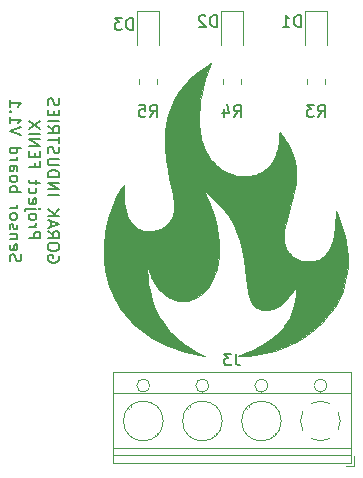
<source format=gbr>
%TF.GenerationSoftware,KiCad,Pcbnew,(6.0.7)*%
%TF.CreationDate,2023-04-15T22:34:50+02:00*%
%TF.ProjectId,sensor board,73656e73-6f72-4206-926f-6172642e6b69,rev?*%
%TF.SameCoordinates,Original*%
%TF.FileFunction,Legend,Bot*%
%TF.FilePolarity,Positive*%
%FSLAX46Y46*%
G04 Gerber Fmt 4.6, Leading zero omitted, Abs format (unit mm)*
G04 Created by KiCad (PCBNEW (6.0.7)) date 2023-04-15 22:34:50*
%MOMM*%
%LPD*%
G01*
G04 APERTURE LIST*
%ADD10C,0.120000*%
%ADD11C,0.150000*%
G04 APERTURE END LIST*
D10*
G36*
X99549294Y-86023089D02*
G01*
X99343663Y-86673468D01*
X99173751Y-87297058D01*
X99038069Y-87893858D01*
X98935130Y-88463870D01*
X98863444Y-89007093D01*
X98821525Y-89523526D01*
X98807882Y-90013171D01*
X98813766Y-90323301D01*
X98831144Y-90622699D01*
X98859603Y-90911424D01*
X98898729Y-91189533D01*
X98948111Y-91457084D01*
X99007335Y-91714136D01*
X99075989Y-91960747D01*
X99153659Y-92196975D01*
X99239934Y-92422878D01*
X99334400Y-92638514D01*
X99436645Y-92843941D01*
X99546255Y-93039218D01*
X99662819Y-93224403D01*
X99785923Y-93399553D01*
X99915154Y-93564727D01*
X100050100Y-93719983D01*
X100190349Y-93865379D01*
X100335486Y-94000973D01*
X100485100Y-94126824D01*
X100638777Y-94242989D01*
X100796106Y-94349527D01*
X100956673Y-94446496D01*
X101285870Y-94611959D01*
X101623066Y-94739843D01*
X101964960Y-94830612D01*
X102308249Y-94884733D01*
X102649632Y-94902670D01*
X102923832Y-94891298D01*
X103060763Y-94876849D01*
X103197195Y-94856347D01*
X103332836Y-94829636D01*
X103467395Y-94796560D01*
X103600583Y-94756961D01*
X103732108Y-94710682D01*
X103861679Y-94657566D01*
X103989007Y-94597456D01*
X104113800Y-94530195D01*
X104235767Y-94455627D01*
X104354618Y-94373595D01*
X104470063Y-94283940D01*
X104581810Y-94186507D01*
X104689569Y-94081139D01*
X104793049Y-93967678D01*
X104891960Y-93845967D01*
X104986010Y-93715850D01*
X105074910Y-93577169D01*
X105158368Y-93429769D01*
X105236094Y-93273490D01*
X105307797Y-93108178D01*
X105373186Y-92933674D01*
X105431971Y-92749822D01*
X105483862Y-92556464D01*
X105528566Y-92353445D01*
X105565795Y-92140606D01*
X105595256Y-91917791D01*
X105616660Y-91684843D01*
X105629715Y-91441605D01*
X105634132Y-91187920D01*
X105812377Y-91392148D01*
X105978111Y-91599864D01*
X106131473Y-91810835D01*
X106272604Y-92024830D01*
X106401643Y-92241615D01*
X106518729Y-92460958D01*
X106624002Y-92682627D01*
X106717601Y-92906389D01*
X106799665Y-93132010D01*
X106870335Y-93359260D01*
X106929750Y-93587905D01*
X106978050Y-93817713D01*
X107015373Y-94048451D01*
X107041860Y-94279886D01*
X107057650Y-94511787D01*
X107062882Y-94743920D01*
X107050759Y-95110425D01*
X107016497Y-95471814D01*
X106963260Y-95828180D01*
X106894210Y-96179616D01*
X106812509Y-96526215D01*
X106721321Y-96868070D01*
X106523132Y-97537920D01*
X106324942Y-98189912D01*
X106233754Y-98509442D01*
X106152053Y-98824788D01*
X106083003Y-99136040D01*
X106029766Y-99443292D01*
X105995505Y-99746638D01*
X105983381Y-100046170D01*
X105986418Y-100166621D01*
X105995396Y-100283869D01*
X106010118Y-100397873D01*
X106030386Y-100508592D01*
X106056003Y-100615985D01*
X106086770Y-100720013D01*
X106122491Y-100820634D01*
X106162967Y-100917807D01*
X106208001Y-101011492D01*
X106257396Y-101101648D01*
X106310952Y-101188235D01*
X106368474Y-101271212D01*
X106429763Y-101350537D01*
X106494621Y-101426171D01*
X106562852Y-101498073D01*
X106634256Y-101566201D01*
X106708638Y-101630516D01*
X106785798Y-101690977D01*
X106865539Y-101747542D01*
X106947664Y-101800172D01*
X107031975Y-101848825D01*
X107118274Y-101893460D01*
X107206363Y-101934038D01*
X107296046Y-101970518D01*
X107387124Y-102002858D01*
X107479399Y-102031018D01*
X107572674Y-102054957D01*
X107666752Y-102074635D01*
X107761434Y-102090011D01*
X107856523Y-102101045D01*
X107951822Y-102107695D01*
X108047132Y-102109920D01*
X108213098Y-102105194D01*
X108371756Y-102091084D01*
X108523239Y-102067696D01*
X108667683Y-102035134D01*
X108805220Y-101993503D01*
X108935984Y-101942907D01*
X109060110Y-101883451D01*
X109177729Y-101815241D01*
X109288977Y-101738379D01*
X109393987Y-101652971D01*
X109492893Y-101559122D01*
X109585828Y-101456937D01*
X109672927Y-101346519D01*
X109754322Y-101227974D01*
X109830148Y-101101406D01*
X109900538Y-100966920D01*
X109965626Y-100824621D01*
X110025546Y-100674613D01*
X110080431Y-100517000D01*
X110130415Y-100351888D01*
X110175632Y-100179381D01*
X110216216Y-99999584D01*
X110252300Y-99812601D01*
X110284018Y-99618538D01*
X110311504Y-99417498D01*
X110334891Y-99209586D01*
X110369905Y-98773566D01*
X110390128Y-98311315D01*
X110396632Y-97823671D01*
X110496990Y-98006450D01*
X110595256Y-98208391D01*
X110690823Y-98427820D01*
X110783089Y-98663061D01*
X110871448Y-98912441D01*
X110955296Y-99174286D01*
X111034027Y-99446920D01*
X111107038Y-99728671D01*
X111173724Y-100017862D01*
X111233480Y-100312821D01*
X111285701Y-100611872D01*
X111329784Y-100913342D01*
X111365123Y-101215556D01*
X111391113Y-101516840D01*
X111407151Y-101815520D01*
X111412631Y-102109920D01*
X111399913Y-102540714D01*
X111362231Y-102963682D01*
X111300295Y-103378442D01*
X111214814Y-103784609D01*
X111106497Y-104181800D01*
X110976053Y-104569631D01*
X110824192Y-104947718D01*
X110651623Y-105315678D01*
X110459056Y-105673127D01*
X110247199Y-106019682D01*
X110016761Y-106354958D01*
X109768453Y-106678572D01*
X109502982Y-106990140D01*
X109221060Y-107289278D01*
X108923394Y-107575604D01*
X108610694Y-107848733D01*
X108283669Y-108108281D01*
X107943029Y-108353864D01*
X107589483Y-108585100D01*
X107223740Y-108801604D01*
X106846509Y-109002993D01*
X106458500Y-109188883D01*
X106060421Y-109358890D01*
X105652983Y-109512631D01*
X105236894Y-109649721D01*
X104812864Y-109769778D01*
X104381601Y-109872417D01*
X103943816Y-109957255D01*
X103500217Y-110023908D01*
X103051514Y-110071992D01*
X102598416Y-110101124D01*
X102141632Y-110110920D01*
X102518804Y-109963587D01*
X102876734Y-109813325D01*
X103215897Y-109660179D01*
X103536771Y-109504197D01*
X103839832Y-109345423D01*
X104125557Y-109183906D01*
X104394422Y-109019691D01*
X104646905Y-108852825D01*
X104883481Y-108683355D01*
X105104629Y-108511327D01*
X105310823Y-108336787D01*
X105502542Y-108159782D01*
X105680262Y-107980359D01*
X105844459Y-107798564D01*
X105995611Y-107614443D01*
X106134193Y-107428044D01*
X106260684Y-107239412D01*
X106375558Y-107048594D01*
X106479294Y-106855637D01*
X106572368Y-106660587D01*
X106728436Y-106264394D01*
X106847576Y-105860388D01*
X106933601Y-105448940D01*
X106990327Y-105030423D01*
X107021565Y-104605209D01*
X107031130Y-104173670D01*
X106935805Y-104338816D01*
X106840398Y-104495084D01*
X106745014Y-104642714D01*
X106649758Y-104781943D01*
X106554735Y-104913010D01*
X106460049Y-105036152D01*
X106365804Y-105151610D01*
X106272107Y-105259620D01*
X106179060Y-105360421D01*
X106086769Y-105454251D01*
X105904873Y-105621954D01*
X105727256Y-105764636D01*
X105554755Y-105884202D01*
X105388207Y-105982561D01*
X105228450Y-106061618D01*
X105076319Y-106123281D01*
X104932654Y-106169457D01*
X104798290Y-106202052D01*
X104674065Y-106222973D01*
X104560816Y-106234127D01*
X104459381Y-106237422D01*
X104186187Y-106220264D01*
X103948148Y-106169736D01*
X103742468Y-106087257D01*
X103566350Y-105974244D01*
X103416998Y-105832117D01*
X103291615Y-105662294D01*
X103187405Y-105466194D01*
X103101572Y-105245234D01*
X103031320Y-105000834D01*
X102973851Y-104734413D01*
X102886081Y-104141177D01*
X102740912Y-102752859D01*
X102638771Y-101980472D01*
X102570524Y-101579686D01*
X102487098Y-101171064D01*
X102385696Y-100756023D01*
X102263522Y-100335983D01*
X102117780Y-99912362D01*
X101945674Y-99486578D01*
X101744406Y-99060049D01*
X101511181Y-98634196D01*
X101243202Y-98210435D01*
X100937673Y-97790185D01*
X100591798Y-97374865D01*
X100202780Y-96965894D01*
X99767824Y-96564690D01*
X99284131Y-96172672D01*
X99444540Y-96526867D01*
X99592578Y-96875016D01*
X99728523Y-97217026D01*
X99852655Y-97552804D01*
X99965252Y-97882257D01*
X100066595Y-98205291D01*
X100156962Y-98521815D01*
X100236631Y-98831734D01*
X100305883Y-99134955D01*
X100364995Y-99431387D01*
X100414248Y-99720935D01*
X100453920Y-100003507D01*
X100484290Y-100279009D01*
X100505638Y-100547349D01*
X100518242Y-100808434D01*
X100522381Y-101062170D01*
X100517872Y-101326239D01*
X100504545Y-101582634D01*
X100482694Y-101831309D01*
X100452618Y-102072217D01*
X100414611Y-102305311D01*
X100368972Y-102530546D01*
X100315995Y-102747873D01*
X100255979Y-102957248D01*
X100116010Y-103351953D01*
X99951439Y-103714287D01*
X99764637Y-104043879D01*
X99557975Y-104340357D01*
X99333826Y-104603349D01*
X99094561Y-104832482D01*
X98842553Y-105027385D01*
X98580174Y-105187685D01*
X98309795Y-105313011D01*
X98033789Y-105402990D01*
X97894416Y-105434608D01*
X97754527Y-105457250D01*
X97614416Y-105470869D01*
X97474381Y-105475419D01*
X97355342Y-105472439D01*
X97236442Y-105463482D01*
X97117821Y-105448526D01*
X96999619Y-105427546D01*
X96881975Y-105400521D01*
X96765029Y-105367426D01*
X96648920Y-105328238D01*
X96533787Y-105282935D01*
X96419771Y-105231492D01*
X96307011Y-105173887D01*
X96195645Y-105110097D01*
X96085815Y-105040097D01*
X95977659Y-104963865D01*
X95871316Y-104881378D01*
X95766927Y-104792612D01*
X95664631Y-104697545D01*
X95564568Y-104596152D01*
X95466876Y-104488410D01*
X95371696Y-104374297D01*
X95279166Y-104253789D01*
X95189428Y-104126863D01*
X95102619Y-103993495D01*
X95018880Y-103853662D01*
X94938350Y-103707342D01*
X94861169Y-103554510D01*
X94787476Y-103395144D01*
X94717410Y-103229220D01*
X94651112Y-103056715D01*
X94588720Y-102877606D01*
X94530375Y-102691870D01*
X94476215Y-102499482D01*
X94426381Y-102300421D01*
X94437334Y-102863921D01*
X94472332Y-103422585D01*
X94534584Y-103975295D01*
X94627299Y-104520936D01*
X94753687Y-105058392D01*
X94916956Y-105586546D01*
X95120316Y-106104281D01*
X95366975Y-106610483D01*
X95507545Y-106858910D01*
X95660143Y-107104034D01*
X95825171Y-107345717D01*
X96003029Y-107583819D01*
X96194119Y-107818200D01*
X96398842Y-108048720D01*
X96617599Y-108275241D01*
X96850791Y-108497623D01*
X97098820Y-108715726D01*
X97362086Y-108929410D01*
X97640990Y-109138537D01*
X97935934Y-109342967D01*
X98247320Y-109542559D01*
X98575547Y-109737175D01*
X98921017Y-109926675D01*
X99284131Y-110110920D01*
X98715002Y-110007385D01*
X98168285Y-109887631D01*
X97643694Y-109752180D01*
X97140944Y-109601555D01*
X96659752Y-109436281D01*
X96199831Y-109256879D01*
X95760898Y-109063873D01*
X95342667Y-108857787D01*
X94944853Y-108639143D01*
X94567171Y-108408466D01*
X94209338Y-108166277D01*
X93871067Y-107913101D01*
X93552074Y-107649460D01*
X93252074Y-107375878D01*
X92970782Y-107092878D01*
X92707913Y-106800983D01*
X92463183Y-106500716D01*
X92236306Y-106192601D01*
X92026998Y-105877161D01*
X91834974Y-105554919D01*
X91659949Y-105226399D01*
X91501638Y-104892123D01*
X91234019Y-104208397D01*
X91029837Y-103507928D01*
X90886815Y-102794902D01*
X90802673Y-102073504D01*
X90775132Y-101347921D01*
X90782511Y-100912599D01*
X90804402Y-100487694D01*
X90840430Y-100073208D01*
X90890226Y-99669139D01*
X90953416Y-99275489D01*
X91029628Y-98892257D01*
X91118491Y-98519442D01*
X91219632Y-98157046D01*
X91332679Y-97805067D01*
X91457261Y-97463507D01*
X91593004Y-97132364D01*
X91739538Y-96811640D01*
X91896490Y-96501333D01*
X92063487Y-96201445D01*
X92240159Y-95911974D01*
X92426132Y-95632921D01*
X92434348Y-96152913D01*
X92459122Y-96630255D01*
X92500639Y-97066205D01*
X92559085Y-97462018D01*
X92634646Y-97818950D01*
X92727509Y-98138256D01*
X92837859Y-98421192D01*
X92899649Y-98549414D01*
X92965882Y-98669014D01*
X93036579Y-98780150D01*
X93111764Y-98882978D01*
X93191461Y-98977655D01*
X93275692Y-99064339D01*
X93364481Y-99143186D01*
X93457852Y-99214353D01*
X93555826Y-99277997D01*
X93658429Y-99334276D01*
X93765682Y-99383346D01*
X93877609Y-99425364D01*
X94115579Y-99488871D01*
X94372525Y-99526055D01*
X94648632Y-99538171D01*
X94743942Y-99535945D01*
X94839240Y-99529295D01*
X94934329Y-99518262D01*
X95029012Y-99502886D01*
X95123089Y-99483208D01*
X95216365Y-99459269D01*
X95308640Y-99431108D01*
X95399718Y-99398768D01*
X95489400Y-99362289D01*
X95577490Y-99321711D01*
X95663789Y-99277075D01*
X95748099Y-99228422D01*
X95830224Y-99175793D01*
X95909966Y-99119227D01*
X95987126Y-99058767D01*
X96061507Y-98994452D01*
X96132911Y-98926323D01*
X96201142Y-98854422D01*
X96266000Y-98778788D01*
X96327289Y-98699462D01*
X96384811Y-98616486D01*
X96438367Y-98529899D01*
X96487762Y-98439743D01*
X96532796Y-98346057D01*
X96573272Y-98248884D01*
X96608993Y-98148263D01*
X96639760Y-98044236D01*
X96665377Y-97936842D01*
X96685645Y-97826123D01*
X96700367Y-97712120D01*
X96709345Y-97594872D01*
X96712382Y-97474421D01*
X96703468Y-97243187D01*
X96678275Y-96990791D01*
X96639130Y-96718397D01*
X96588358Y-96427167D01*
X96315507Y-95097139D01*
X96169779Y-94349340D01*
X96102729Y-93958814D01*
X96042656Y-93558753D01*
X95991883Y-93150320D01*
X95952739Y-92734679D01*
X95927546Y-92312992D01*
X95918632Y-91886421D01*
X95927949Y-91456129D01*
X95957451Y-91023280D01*
X96009464Y-90589035D01*
X96086312Y-90154558D01*
X96190321Y-89721010D01*
X96323817Y-89289556D01*
X96489124Y-88861357D01*
X96688570Y-88437577D01*
X96924478Y-88019378D01*
X97199174Y-87607922D01*
X97351795Y-87405087D01*
X97514984Y-87204373D01*
X97689034Y-87005927D01*
X97874234Y-86809894D01*
X98070875Y-86616418D01*
X98279248Y-86425646D01*
X98499643Y-86237722D01*
X98732352Y-86052793D01*
X98977664Y-85871002D01*
X99235872Y-85692497D01*
X99507264Y-85517421D01*
X99792132Y-85345921D01*
X99549294Y-86023089D01*
G37*
X99549294Y-86023089D02*
X99343663Y-86673468D01*
X99173751Y-87297058D01*
X99038069Y-87893858D01*
X98935130Y-88463870D01*
X98863444Y-89007093D01*
X98821525Y-89523526D01*
X98807882Y-90013171D01*
X98813766Y-90323301D01*
X98831144Y-90622699D01*
X98859603Y-90911424D01*
X98898729Y-91189533D01*
X98948111Y-91457084D01*
X99007335Y-91714136D01*
X99075989Y-91960747D01*
X99153659Y-92196975D01*
X99239934Y-92422878D01*
X99334400Y-92638514D01*
X99436645Y-92843941D01*
X99546255Y-93039218D01*
X99662819Y-93224403D01*
X99785923Y-93399553D01*
X99915154Y-93564727D01*
X100050100Y-93719983D01*
X100190349Y-93865379D01*
X100335486Y-94000973D01*
X100485100Y-94126824D01*
X100638777Y-94242989D01*
X100796106Y-94349527D01*
X100956673Y-94446496D01*
X101285870Y-94611959D01*
X101623066Y-94739843D01*
X101964960Y-94830612D01*
X102308249Y-94884733D01*
X102649632Y-94902670D01*
X102923832Y-94891298D01*
X103060763Y-94876849D01*
X103197195Y-94856347D01*
X103332836Y-94829636D01*
X103467395Y-94796560D01*
X103600583Y-94756961D01*
X103732108Y-94710682D01*
X103861679Y-94657566D01*
X103989007Y-94597456D01*
X104113800Y-94530195D01*
X104235767Y-94455627D01*
X104354618Y-94373595D01*
X104470063Y-94283940D01*
X104581810Y-94186507D01*
X104689569Y-94081139D01*
X104793049Y-93967678D01*
X104891960Y-93845967D01*
X104986010Y-93715850D01*
X105074910Y-93577169D01*
X105158368Y-93429769D01*
X105236094Y-93273490D01*
X105307797Y-93108178D01*
X105373186Y-92933674D01*
X105431971Y-92749822D01*
X105483862Y-92556464D01*
X105528566Y-92353445D01*
X105565795Y-92140606D01*
X105595256Y-91917791D01*
X105616660Y-91684843D01*
X105629715Y-91441605D01*
X105634132Y-91187920D01*
X105812377Y-91392148D01*
X105978111Y-91599864D01*
X106131473Y-91810835D01*
X106272604Y-92024830D01*
X106401643Y-92241615D01*
X106518729Y-92460958D01*
X106624002Y-92682627D01*
X106717601Y-92906389D01*
X106799665Y-93132010D01*
X106870335Y-93359260D01*
X106929750Y-93587905D01*
X106978050Y-93817713D01*
X107015373Y-94048451D01*
X107041860Y-94279886D01*
X107057650Y-94511787D01*
X107062882Y-94743920D01*
X107050759Y-95110425D01*
X107016497Y-95471814D01*
X106963260Y-95828180D01*
X106894210Y-96179616D01*
X106812509Y-96526215D01*
X106721321Y-96868070D01*
X106523132Y-97537920D01*
X106324942Y-98189912D01*
X106233754Y-98509442D01*
X106152053Y-98824788D01*
X106083003Y-99136040D01*
X106029766Y-99443292D01*
X105995505Y-99746638D01*
X105983381Y-100046170D01*
X105986418Y-100166621D01*
X105995396Y-100283869D01*
X106010118Y-100397873D01*
X106030386Y-100508592D01*
X106056003Y-100615985D01*
X106086770Y-100720013D01*
X106122491Y-100820634D01*
X106162967Y-100917807D01*
X106208001Y-101011492D01*
X106257396Y-101101648D01*
X106310952Y-101188235D01*
X106368474Y-101271212D01*
X106429763Y-101350537D01*
X106494621Y-101426171D01*
X106562852Y-101498073D01*
X106634256Y-101566201D01*
X106708638Y-101630516D01*
X106785798Y-101690977D01*
X106865539Y-101747542D01*
X106947664Y-101800172D01*
X107031975Y-101848825D01*
X107118274Y-101893460D01*
X107206363Y-101934038D01*
X107296046Y-101970518D01*
X107387124Y-102002858D01*
X107479399Y-102031018D01*
X107572674Y-102054957D01*
X107666752Y-102074635D01*
X107761434Y-102090011D01*
X107856523Y-102101045D01*
X107951822Y-102107695D01*
X108047132Y-102109920D01*
X108213098Y-102105194D01*
X108371756Y-102091084D01*
X108523239Y-102067696D01*
X108667683Y-102035134D01*
X108805220Y-101993503D01*
X108935984Y-101942907D01*
X109060110Y-101883451D01*
X109177729Y-101815241D01*
X109288977Y-101738379D01*
X109393987Y-101652971D01*
X109492893Y-101559122D01*
X109585828Y-101456937D01*
X109672927Y-101346519D01*
X109754322Y-101227974D01*
X109830148Y-101101406D01*
X109900538Y-100966920D01*
X109965626Y-100824621D01*
X110025546Y-100674613D01*
X110080431Y-100517000D01*
X110130415Y-100351888D01*
X110175632Y-100179381D01*
X110216216Y-99999584D01*
X110252300Y-99812601D01*
X110284018Y-99618538D01*
X110311504Y-99417498D01*
X110334891Y-99209586D01*
X110369905Y-98773566D01*
X110390128Y-98311315D01*
X110396632Y-97823671D01*
X110496990Y-98006450D01*
X110595256Y-98208391D01*
X110690823Y-98427820D01*
X110783089Y-98663061D01*
X110871448Y-98912441D01*
X110955296Y-99174286D01*
X111034027Y-99446920D01*
X111107038Y-99728671D01*
X111173724Y-100017862D01*
X111233480Y-100312821D01*
X111285701Y-100611872D01*
X111329784Y-100913342D01*
X111365123Y-101215556D01*
X111391113Y-101516840D01*
X111407151Y-101815520D01*
X111412631Y-102109920D01*
X111399913Y-102540714D01*
X111362231Y-102963682D01*
X111300295Y-103378442D01*
X111214814Y-103784609D01*
X111106497Y-104181800D01*
X110976053Y-104569631D01*
X110824192Y-104947718D01*
X110651623Y-105315678D01*
X110459056Y-105673127D01*
X110247199Y-106019682D01*
X110016761Y-106354958D01*
X109768453Y-106678572D01*
X109502982Y-106990140D01*
X109221060Y-107289278D01*
X108923394Y-107575604D01*
X108610694Y-107848733D01*
X108283669Y-108108281D01*
X107943029Y-108353864D01*
X107589483Y-108585100D01*
X107223740Y-108801604D01*
X106846509Y-109002993D01*
X106458500Y-109188883D01*
X106060421Y-109358890D01*
X105652983Y-109512631D01*
X105236894Y-109649721D01*
X104812864Y-109769778D01*
X104381601Y-109872417D01*
X103943816Y-109957255D01*
X103500217Y-110023908D01*
X103051514Y-110071992D01*
X102598416Y-110101124D01*
X102141632Y-110110920D01*
X102518804Y-109963587D01*
X102876734Y-109813325D01*
X103215897Y-109660179D01*
X103536771Y-109504197D01*
X103839832Y-109345423D01*
X104125557Y-109183906D01*
X104394422Y-109019691D01*
X104646905Y-108852825D01*
X104883481Y-108683355D01*
X105104629Y-108511327D01*
X105310823Y-108336787D01*
X105502542Y-108159782D01*
X105680262Y-107980359D01*
X105844459Y-107798564D01*
X105995611Y-107614443D01*
X106134193Y-107428044D01*
X106260684Y-107239412D01*
X106375558Y-107048594D01*
X106479294Y-106855637D01*
X106572368Y-106660587D01*
X106728436Y-106264394D01*
X106847576Y-105860388D01*
X106933601Y-105448940D01*
X106990327Y-105030423D01*
X107021565Y-104605209D01*
X107031130Y-104173670D01*
X106935805Y-104338816D01*
X106840398Y-104495084D01*
X106745014Y-104642714D01*
X106649758Y-104781943D01*
X106554735Y-104913010D01*
X106460049Y-105036152D01*
X106365804Y-105151610D01*
X106272107Y-105259620D01*
X106179060Y-105360421D01*
X106086769Y-105454251D01*
X105904873Y-105621954D01*
X105727256Y-105764636D01*
X105554755Y-105884202D01*
X105388207Y-105982561D01*
X105228450Y-106061618D01*
X105076319Y-106123281D01*
X104932654Y-106169457D01*
X104798290Y-106202052D01*
X104674065Y-106222973D01*
X104560816Y-106234127D01*
X104459381Y-106237422D01*
X104186187Y-106220264D01*
X103948148Y-106169736D01*
X103742468Y-106087257D01*
X103566350Y-105974244D01*
X103416998Y-105832117D01*
X103291615Y-105662294D01*
X103187405Y-105466194D01*
X103101572Y-105245234D01*
X103031320Y-105000834D01*
X102973851Y-104734413D01*
X102886081Y-104141177D01*
X102740912Y-102752859D01*
X102638771Y-101980472D01*
X102570524Y-101579686D01*
X102487098Y-101171064D01*
X102385696Y-100756023D01*
X102263522Y-100335983D01*
X102117780Y-99912362D01*
X101945674Y-99486578D01*
X101744406Y-99060049D01*
X101511181Y-98634196D01*
X101243202Y-98210435D01*
X100937673Y-97790185D01*
X100591798Y-97374865D01*
X100202780Y-96965894D01*
X99767824Y-96564690D01*
X99284131Y-96172672D01*
X99444540Y-96526867D01*
X99592578Y-96875016D01*
X99728523Y-97217026D01*
X99852655Y-97552804D01*
X99965252Y-97882257D01*
X100066595Y-98205291D01*
X100156962Y-98521815D01*
X100236631Y-98831734D01*
X100305883Y-99134955D01*
X100364995Y-99431387D01*
X100414248Y-99720935D01*
X100453920Y-100003507D01*
X100484290Y-100279009D01*
X100505638Y-100547349D01*
X100518242Y-100808434D01*
X100522381Y-101062170D01*
X100517872Y-101326239D01*
X100504545Y-101582634D01*
X100482694Y-101831309D01*
X100452618Y-102072217D01*
X100414611Y-102305311D01*
X100368972Y-102530546D01*
X100315995Y-102747873D01*
X100255979Y-102957248D01*
X100116010Y-103351953D01*
X99951439Y-103714287D01*
X99764637Y-104043879D01*
X99557975Y-104340357D01*
X99333826Y-104603349D01*
X99094561Y-104832482D01*
X98842553Y-105027385D01*
X98580174Y-105187685D01*
X98309795Y-105313011D01*
X98033789Y-105402990D01*
X97894416Y-105434608D01*
X97754527Y-105457250D01*
X97614416Y-105470869D01*
X97474381Y-105475419D01*
X97355342Y-105472439D01*
X97236442Y-105463482D01*
X97117821Y-105448526D01*
X96999619Y-105427546D01*
X96881975Y-105400521D01*
X96765029Y-105367426D01*
X96648920Y-105328238D01*
X96533787Y-105282935D01*
X96419771Y-105231492D01*
X96307011Y-105173887D01*
X96195645Y-105110097D01*
X96085815Y-105040097D01*
X95977659Y-104963865D01*
X95871316Y-104881378D01*
X95766927Y-104792612D01*
X95664631Y-104697545D01*
X95564568Y-104596152D01*
X95466876Y-104488410D01*
X95371696Y-104374297D01*
X95279166Y-104253789D01*
X95189428Y-104126863D01*
X95102619Y-103993495D01*
X95018880Y-103853662D01*
X94938350Y-103707342D01*
X94861169Y-103554510D01*
X94787476Y-103395144D01*
X94717410Y-103229220D01*
X94651112Y-103056715D01*
X94588720Y-102877606D01*
X94530375Y-102691870D01*
X94476215Y-102499482D01*
X94426381Y-102300421D01*
X94437334Y-102863921D01*
X94472332Y-103422585D01*
X94534584Y-103975295D01*
X94627299Y-104520936D01*
X94753687Y-105058392D01*
X94916956Y-105586546D01*
X95120316Y-106104281D01*
X95366975Y-106610483D01*
X95507545Y-106858910D01*
X95660143Y-107104034D01*
X95825171Y-107345717D01*
X96003029Y-107583819D01*
X96194119Y-107818200D01*
X96398842Y-108048720D01*
X96617599Y-108275241D01*
X96850791Y-108497623D01*
X97098820Y-108715726D01*
X97362086Y-108929410D01*
X97640990Y-109138537D01*
X97935934Y-109342967D01*
X98247320Y-109542559D01*
X98575547Y-109737175D01*
X98921017Y-109926675D01*
X99284131Y-110110920D01*
X98715002Y-110007385D01*
X98168285Y-109887631D01*
X97643694Y-109752180D01*
X97140944Y-109601555D01*
X96659752Y-109436281D01*
X96199831Y-109256879D01*
X95760898Y-109063873D01*
X95342667Y-108857787D01*
X94944853Y-108639143D01*
X94567171Y-108408466D01*
X94209338Y-108166277D01*
X93871067Y-107913101D01*
X93552074Y-107649460D01*
X93252074Y-107375878D01*
X92970782Y-107092878D01*
X92707913Y-106800983D01*
X92463183Y-106500716D01*
X92236306Y-106192601D01*
X92026998Y-105877161D01*
X91834974Y-105554919D01*
X91659949Y-105226399D01*
X91501638Y-104892123D01*
X91234019Y-104208397D01*
X91029837Y-103507928D01*
X90886815Y-102794902D01*
X90802673Y-102073504D01*
X90775132Y-101347921D01*
X90782511Y-100912599D01*
X90804402Y-100487694D01*
X90840430Y-100073208D01*
X90890226Y-99669139D01*
X90953416Y-99275489D01*
X91029628Y-98892257D01*
X91118491Y-98519442D01*
X91219632Y-98157046D01*
X91332679Y-97805067D01*
X91457261Y-97463507D01*
X91593004Y-97132364D01*
X91739538Y-96811640D01*
X91896490Y-96501333D01*
X92063487Y-96201445D01*
X92240159Y-95911974D01*
X92426132Y-95632921D01*
X92434348Y-96152913D01*
X92459122Y-96630255D01*
X92500639Y-97066205D01*
X92559085Y-97462018D01*
X92634646Y-97818950D01*
X92727509Y-98138256D01*
X92837859Y-98421192D01*
X92899649Y-98549414D01*
X92965882Y-98669014D01*
X93036579Y-98780150D01*
X93111764Y-98882978D01*
X93191461Y-98977655D01*
X93275692Y-99064339D01*
X93364481Y-99143186D01*
X93457852Y-99214353D01*
X93555826Y-99277997D01*
X93658429Y-99334276D01*
X93765682Y-99383346D01*
X93877609Y-99425364D01*
X94115579Y-99488871D01*
X94372525Y-99526055D01*
X94648632Y-99538171D01*
X94743942Y-99535945D01*
X94839240Y-99529295D01*
X94934329Y-99518262D01*
X95029012Y-99502886D01*
X95123089Y-99483208D01*
X95216365Y-99459269D01*
X95308640Y-99431108D01*
X95399718Y-99398768D01*
X95489400Y-99362289D01*
X95577490Y-99321711D01*
X95663789Y-99277075D01*
X95748099Y-99228422D01*
X95830224Y-99175793D01*
X95909966Y-99119227D01*
X95987126Y-99058767D01*
X96061507Y-98994452D01*
X96132911Y-98926323D01*
X96201142Y-98854422D01*
X96266000Y-98778788D01*
X96327289Y-98699462D01*
X96384811Y-98616486D01*
X96438367Y-98529899D01*
X96487762Y-98439743D01*
X96532796Y-98346057D01*
X96573272Y-98248884D01*
X96608993Y-98148263D01*
X96639760Y-98044236D01*
X96665377Y-97936842D01*
X96685645Y-97826123D01*
X96700367Y-97712120D01*
X96709345Y-97594872D01*
X96712382Y-97474421D01*
X96703468Y-97243187D01*
X96678275Y-96990791D01*
X96639130Y-96718397D01*
X96588358Y-96427167D01*
X96315507Y-95097139D01*
X96169779Y-94349340D01*
X96102729Y-93958814D01*
X96042656Y-93558753D01*
X95991883Y-93150320D01*
X95952739Y-92734679D01*
X95927546Y-92312992D01*
X95918632Y-91886421D01*
X95927949Y-91456129D01*
X95957451Y-91023280D01*
X96009464Y-90589035D01*
X96086312Y-90154558D01*
X96190321Y-89721010D01*
X96323817Y-89289556D01*
X96489124Y-88861357D01*
X96688570Y-88437577D01*
X96924478Y-88019378D01*
X97199174Y-87607922D01*
X97351795Y-87405087D01*
X97514984Y-87204373D01*
X97689034Y-87005927D01*
X97874234Y-86809894D01*
X98070875Y-86616418D01*
X98279248Y-86425646D01*
X98499643Y-86237722D01*
X98732352Y-86052793D01*
X98977664Y-85871002D01*
X99235872Y-85692497D01*
X99507264Y-85517421D01*
X99792132Y-85345921D01*
X99549294Y-86023089D01*
D11*
X86946000Y-101630952D02*
X86993619Y-101726190D01*
X86993619Y-101869047D01*
X86946000Y-102011904D01*
X86850761Y-102107142D01*
X86755523Y-102154761D01*
X86565047Y-102202380D01*
X86422190Y-102202380D01*
X86231714Y-102154761D01*
X86136476Y-102107142D01*
X86041238Y-102011904D01*
X85993619Y-101869047D01*
X85993619Y-101773809D01*
X86041238Y-101630952D01*
X86088857Y-101583333D01*
X86422190Y-101583333D01*
X86422190Y-101773809D01*
X86993619Y-100964285D02*
X86993619Y-100773809D01*
X86946000Y-100678571D01*
X86850761Y-100583333D01*
X86660285Y-100535714D01*
X86326952Y-100535714D01*
X86136476Y-100583333D01*
X86041238Y-100678571D01*
X85993619Y-100773809D01*
X85993619Y-100964285D01*
X86041238Y-101059523D01*
X86136476Y-101154761D01*
X86326952Y-101202380D01*
X86660285Y-101202380D01*
X86850761Y-101154761D01*
X86946000Y-101059523D01*
X86993619Y-100964285D01*
X85993619Y-99535714D02*
X86469809Y-99869047D01*
X85993619Y-100107142D02*
X86993619Y-100107142D01*
X86993619Y-99726190D01*
X86946000Y-99630952D01*
X86898380Y-99583333D01*
X86803142Y-99535714D01*
X86660285Y-99535714D01*
X86565047Y-99583333D01*
X86517428Y-99630952D01*
X86469809Y-99726190D01*
X86469809Y-100107142D01*
X86279333Y-99154761D02*
X86279333Y-98678571D01*
X85993619Y-99250000D02*
X86993619Y-98916666D01*
X85993619Y-98583333D01*
X85993619Y-98250000D02*
X86993619Y-98250000D01*
X85993619Y-97678571D02*
X86565047Y-98107142D01*
X86993619Y-97678571D02*
X86422190Y-98250000D01*
X85993619Y-96488095D02*
X86993619Y-96488095D01*
X85993619Y-96011904D02*
X86993619Y-96011904D01*
X85993619Y-95440476D01*
X86993619Y-95440476D01*
X85993619Y-94964285D02*
X86993619Y-94964285D01*
X86993619Y-94726190D01*
X86946000Y-94583333D01*
X86850761Y-94488095D01*
X86755523Y-94440476D01*
X86565047Y-94392857D01*
X86422190Y-94392857D01*
X86231714Y-94440476D01*
X86136476Y-94488095D01*
X86041238Y-94583333D01*
X85993619Y-94726190D01*
X85993619Y-94964285D01*
X86993619Y-93964285D02*
X86184095Y-93964285D01*
X86088857Y-93916666D01*
X86041238Y-93869047D01*
X85993619Y-93773809D01*
X85993619Y-93583333D01*
X86041238Y-93488095D01*
X86088857Y-93440476D01*
X86184095Y-93392857D01*
X86993619Y-93392857D01*
X86041238Y-92964285D02*
X85993619Y-92821428D01*
X85993619Y-92583333D01*
X86041238Y-92488095D01*
X86088857Y-92440476D01*
X86184095Y-92392857D01*
X86279333Y-92392857D01*
X86374571Y-92440476D01*
X86422190Y-92488095D01*
X86469809Y-92583333D01*
X86517428Y-92773809D01*
X86565047Y-92869047D01*
X86612666Y-92916666D01*
X86707904Y-92964285D01*
X86803142Y-92964285D01*
X86898380Y-92916666D01*
X86946000Y-92869047D01*
X86993619Y-92773809D01*
X86993619Y-92535714D01*
X86946000Y-92392857D01*
X86993619Y-92107142D02*
X86993619Y-91535714D01*
X85993619Y-91821428D02*
X86993619Y-91821428D01*
X85993619Y-90630952D02*
X86469809Y-90964285D01*
X85993619Y-91202380D02*
X86993619Y-91202380D01*
X86993619Y-90821428D01*
X86946000Y-90726190D01*
X86898380Y-90678571D01*
X86803142Y-90630952D01*
X86660285Y-90630952D01*
X86565047Y-90678571D01*
X86517428Y-90726190D01*
X86469809Y-90821428D01*
X86469809Y-91202380D01*
X85993619Y-90202380D02*
X86993619Y-90202380D01*
X86517428Y-89726190D02*
X86517428Y-89392857D01*
X85993619Y-89250000D02*
X85993619Y-89726190D01*
X86993619Y-89726190D01*
X86993619Y-89250000D01*
X86041238Y-88869047D02*
X85993619Y-88726190D01*
X85993619Y-88488095D01*
X86041238Y-88392857D01*
X86088857Y-88345238D01*
X86184095Y-88297619D01*
X86279333Y-88297619D01*
X86374571Y-88345238D01*
X86422190Y-88392857D01*
X86469809Y-88488095D01*
X86517428Y-88678571D01*
X86565047Y-88773809D01*
X86612666Y-88821428D01*
X86707904Y-88869047D01*
X86803142Y-88869047D01*
X86898380Y-88821428D01*
X86946000Y-88773809D01*
X86993619Y-88678571D01*
X86993619Y-88440476D01*
X86946000Y-88297619D01*
X84383619Y-100154761D02*
X85383619Y-100154761D01*
X85383619Y-99773809D01*
X85336000Y-99678571D01*
X85288380Y-99630952D01*
X85193142Y-99583333D01*
X85050285Y-99583333D01*
X84955047Y-99630952D01*
X84907428Y-99678571D01*
X84859809Y-99773809D01*
X84859809Y-100154761D01*
X84383619Y-99154761D02*
X85050285Y-99154761D01*
X84859809Y-99154761D02*
X84955047Y-99107142D01*
X85002666Y-99059523D01*
X85050285Y-98964285D01*
X85050285Y-98869047D01*
X84383619Y-98392857D02*
X84431238Y-98488095D01*
X84478857Y-98535714D01*
X84574095Y-98583333D01*
X84859809Y-98583333D01*
X84955047Y-98535714D01*
X85002666Y-98488095D01*
X85050285Y-98392857D01*
X85050285Y-98250000D01*
X85002666Y-98154761D01*
X84955047Y-98107142D01*
X84859809Y-98059523D01*
X84574095Y-98059523D01*
X84478857Y-98107142D01*
X84431238Y-98154761D01*
X84383619Y-98250000D01*
X84383619Y-98392857D01*
X85050285Y-97630952D02*
X84193142Y-97630952D01*
X84097904Y-97678571D01*
X84050285Y-97773809D01*
X84050285Y-97821428D01*
X85383619Y-97630952D02*
X85336000Y-97678571D01*
X85288380Y-97630952D01*
X85336000Y-97583333D01*
X85383619Y-97630952D01*
X85288380Y-97630952D01*
X84431238Y-96773809D02*
X84383619Y-96869047D01*
X84383619Y-97059523D01*
X84431238Y-97154761D01*
X84526476Y-97202380D01*
X84907428Y-97202380D01*
X85002666Y-97154761D01*
X85050285Y-97059523D01*
X85050285Y-96869047D01*
X85002666Y-96773809D01*
X84907428Y-96726190D01*
X84812190Y-96726190D01*
X84716952Y-97202380D01*
X84431238Y-95869047D02*
X84383619Y-95964285D01*
X84383619Y-96154761D01*
X84431238Y-96250000D01*
X84478857Y-96297619D01*
X84574095Y-96345238D01*
X84859809Y-96345238D01*
X84955047Y-96297619D01*
X85002666Y-96250000D01*
X85050285Y-96154761D01*
X85050285Y-95964285D01*
X85002666Y-95869047D01*
X85050285Y-95583333D02*
X85050285Y-95202380D01*
X85383619Y-95440476D02*
X84526476Y-95440476D01*
X84431238Y-95392857D01*
X84383619Y-95297619D01*
X84383619Y-95202380D01*
X84907428Y-93773809D02*
X84907428Y-94107142D01*
X84383619Y-94107142D02*
X85383619Y-94107142D01*
X85383619Y-93630952D01*
X84907428Y-93250000D02*
X84907428Y-92916666D01*
X84383619Y-92773809D02*
X84383619Y-93250000D01*
X85383619Y-93250000D01*
X85383619Y-92773809D01*
X84383619Y-92345238D02*
X85383619Y-92345238D01*
X84383619Y-91773809D01*
X85383619Y-91773809D01*
X84383619Y-91297619D02*
X85383619Y-91297619D01*
X85383619Y-90916666D02*
X84383619Y-90250000D01*
X85383619Y-90250000D02*
X84383619Y-90916666D01*
X82821238Y-102083333D02*
X82773619Y-101940476D01*
X82773619Y-101702380D01*
X82821238Y-101607142D01*
X82868857Y-101559523D01*
X82964095Y-101511904D01*
X83059333Y-101511904D01*
X83154571Y-101559523D01*
X83202190Y-101607142D01*
X83249809Y-101702380D01*
X83297428Y-101892857D01*
X83345047Y-101988095D01*
X83392666Y-102035714D01*
X83487904Y-102083333D01*
X83583142Y-102083333D01*
X83678380Y-102035714D01*
X83726000Y-101988095D01*
X83773619Y-101892857D01*
X83773619Y-101654761D01*
X83726000Y-101511904D01*
X82821238Y-100702380D02*
X82773619Y-100797619D01*
X82773619Y-100988095D01*
X82821238Y-101083333D01*
X82916476Y-101130952D01*
X83297428Y-101130952D01*
X83392666Y-101083333D01*
X83440285Y-100988095D01*
X83440285Y-100797619D01*
X83392666Y-100702380D01*
X83297428Y-100654761D01*
X83202190Y-100654761D01*
X83106952Y-101130952D01*
X83440285Y-100226190D02*
X82773619Y-100226190D01*
X83345047Y-100226190D02*
X83392666Y-100178571D01*
X83440285Y-100083333D01*
X83440285Y-99940476D01*
X83392666Y-99845238D01*
X83297428Y-99797619D01*
X82773619Y-99797619D01*
X82821238Y-99369047D02*
X82773619Y-99273809D01*
X82773619Y-99083333D01*
X82821238Y-98988095D01*
X82916476Y-98940476D01*
X82964095Y-98940476D01*
X83059333Y-98988095D01*
X83106952Y-99083333D01*
X83106952Y-99226190D01*
X83154571Y-99321428D01*
X83249809Y-99369047D01*
X83297428Y-99369047D01*
X83392666Y-99321428D01*
X83440285Y-99226190D01*
X83440285Y-99083333D01*
X83392666Y-98988095D01*
X82773619Y-98369047D02*
X82821238Y-98464285D01*
X82868857Y-98511904D01*
X82964095Y-98559523D01*
X83249809Y-98559523D01*
X83345047Y-98511904D01*
X83392666Y-98464285D01*
X83440285Y-98369047D01*
X83440285Y-98226190D01*
X83392666Y-98130952D01*
X83345047Y-98083333D01*
X83249809Y-98035714D01*
X82964095Y-98035714D01*
X82868857Y-98083333D01*
X82821238Y-98130952D01*
X82773619Y-98226190D01*
X82773619Y-98369047D01*
X82773619Y-97607142D02*
X83440285Y-97607142D01*
X83249809Y-97607142D02*
X83345047Y-97559523D01*
X83392666Y-97511904D01*
X83440285Y-97416666D01*
X83440285Y-97321428D01*
X82773619Y-96226190D02*
X83773619Y-96226190D01*
X83392666Y-96226190D02*
X83440285Y-96130952D01*
X83440285Y-95940476D01*
X83392666Y-95845238D01*
X83345047Y-95797619D01*
X83249809Y-95750000D01*
X82964095Y-95750000D01*
X82868857Y-95797619D01*
X82821238Y-95845238D01*
X82773619Y-95940476D01*
X82773619Y-96130952D01*
X82821238Y-96226190D01*
X82773619Y-95178571D02*
X82821238Y-95273809D01*
X82868857Y-95321428D01*
X82964095Y-95369047D01*
X83249809Y-95369047D01*
X83345047Y-95321428D01*
X83392666Y-95273809D01*
X83440285Y-95178571D01*
X83440285Y-95035714D01*
X83392666Y-94940476D01*
X83345047Y-94892857D01*
X83249809Y-94845238D01*
X82964095Y-94845238D01*
X82868857Y-94892857D01*
X82821238Y-94940476D01*
X82773619Y-95035714D01*
X82773619Y-95178571D01*
X82773619Y-93988095D02*
X83297428Y-93988095D01*
X83392666Y-94035714D01*
X83440285Y-94130952D01*
X83440285Y-94321428D01*
X83392666Y-94416666D01*
X82821238Y-93988095D02*
X82773619Y-94083333D01*
X82773619Y-94321428D01*
X82821238Y-94416666D01*
X82916476Y-94464285D01*
X83011714Y-94464285D01*
X83106952Y-94416666D01*
X83154571Y-94321428D01*
X83154571Y-94083333D01*
X83202190Y-93988095D01*
X82773619Y-93511904D02*
X83440285Y-93511904D01*
X83249809Y-93511904D02*
X83345047Y-93464285D01*
X83392666Y-93416666D01*
X83440285Y-93321428D01*
X83440285Y-93226190D01*
X82773619Y-92464285D02*
X83773619Y-92464285D01*
X82821238Y-92464285D02*
X82773619Y-92559523D01*
X82773619Y-92750000D01*
X82821238Y-92845238D01*
X82868857Y-92892857D01*
X82964095Y-92940476D01*
X83249809Y-92940476D01*
X83345047Y-92892857D01*
X83392666Y-92845238D01*
X83440285Y-92750000D01*
X83440285Y-92559523D01*
X83392666Y-92464285D01*
X83773619Y-91369047D02*
X82773619Y-91035714D01*
X83773619Y-90702380D01*
X82773619Y-89845238D02*
X82773619Y-90416666D01*
X82773619Y-90130952D02*
X83773619Y-90130952D01*
X83630761Y-90226190D01*
X83535523Y-90321428D01*
X83487904Y-90416666D01*
X82868857Y-89416666D02*
X82821238Y-89369047D01*
X82773619Y-89416666D01*
X82821238Y-89464285D01*
X82868857Y-89416666D01*
X82773619Y-89416666D01*
X82773619Y-88416666D02*
X82773619Y-88988095D01*
X82773619Y-88702380D02*
X83773619Y-88702380D01*
X83630761Y-88797619D01*
X83535523Y-88892857D01*
X83487904Y-88988095D01*
%TO.C,D2*%
X100306095Y-82240380D02*
X100306095Y-81240380D01*
X100068000Y-81240380D01*
X99925142Y-81288000D01*
X99829904Y-81383238D01*
X99782285Y-81478476D01*
X99734666Y-81668952D01*
X99734666Y-81811809D01*
X99782285Y-82002285D01*
X99829904Y-82097523D01*
X99925142Y-82192761D01*
X100068000Y-82240380D01*
X100306095Y-82240380D01*
X99353714Y-81335619D02*
X99306095Y-81288000D01*
X99210857Y-81240380D01*
X98972761Y-81240380D01*
X98877523Y-81288000D01*
X98829904Y-81335619D01*
X98782285Y-81430857D01*
X98782285Y-81526095D01*
X98829904Y-81668952D01*
X99401333Y-82240380D01*
X98782285Y-82240380D01*
%TO.C,J3*%
X101933333Y-109908380D02*
X101933333Y-110622666D01*
X101980952Y-110765523D01*
X102076190Y-110860761D01*
X102219047Y-110908380D01*
X102314285Y-110908380D01*
X101552380Y-109908380D02*
X100933333Y-109908380D01*
X101266666Y-110289333D01*
X101123809Y-110289333D01*
X101028571Y-110336952D01*
X100980952Y-110384571D01*
X100933333Y-110479809D01*
X100933333Y-110717904D01*
X100980952Y-110813142D01*
X101028571Y-110860761D01*
X101123809Y-110908380D01*
X101409523Y-110908380D01*
X101504761Y-110860761D01*
X101552380Y-110813142D01*
%TO.C,D3*%
X93194095Y-82494380D02*
X93194095Y-81494380D01*
X92956000Y-81494380D01*
X92813142Y-81542000D01*
X92717904Y-81637238D01*
X92670285Y-81732476D01*
X92622666Y-81922952D01*
X92622666Y-82065809D01*
X92670285Y-82256285D01*
X92717904Y-82351523D01*
X92813142Y-82446761D01*
X92956000Y-82494380D01*
X93194095Y-82494380D01*
X92289333Y-81494380D02*
X91670285Y-81494380D01*
X92003619Y-81875333D01*
X91860761Y-81875333D01*
X91765523Y-81922952D01*
X91717904Y-81970571D01*
X91670285Y-82065809D01*
X91670285Y-82303904D01*
X91717904Y-82399142D01*
X91765523Y-82446761D01*
X91860761Y-82494380D01*
X92146476Y-82494380D01*
X92241714Y-82446761D01*
X92289333Y-82399142D01*
%TO.C,D1*%
X107418095Y-82240380D02*
X107418095Y-81240380D01*
X107180000Y-81240380D01*
X107037142Y-81288000D01*
X106941904Y-81383238D01*
X106894285Y-81478476D01*
X106846666Y-81668952D01*
X106846666Y-81811809D01*
X106894285Y-82002285D01*
X106941904Y-82097523D01*
X107037142Y-82192761D01*
X107180000Y-82240380D01*
X107418095Y-82240380D01*
X105894285Y-82240380D02*
X106465714Y-82240380D01*
X106180000Y-82240380D02*
X106180000Y-81240380D01*
X106275238Y-81383238D01*
X106370476Y-81478476D01*
X106465714Y-81526095D01*
%TO.C,R5*%
X94654666Y-89860380D02*
X94988000Y-89384190D01*
X95226095Y-89860380D02*
X95226095Y-88860380D01*
X94845142Y-88860380D01*
X94749904Y-88908000D01*
X94702285Y-88955619D01*
X94654666Y-89050857D01*
X94654666Y-89193714D01*
X94702285Y-89288952D01*
X94749904Y-89336571D01*
X94845142Y-89384190D01*
X95226095Y-89384190D01*
X93749904Y-88860380D02*
X94226095Y-88860380D01*
X94273714Y-89336571D01*
X94226095Y-89288952D01*
X94130857Y-89241333D01*
X93892761Y-89241333D01*
X93797523Y-89288952D01*
X93749904Y-89336571D01*
X93702285Y-89431809D01*
X93702285Y-89669904D01*
X93749904Y-89765142D01*
X93797523Y-89812761D01*
X93892761Y-89860380D01*
X94130857Y-89860380D01*
X94226095Y-89812761D01*
X94273714Y-89765142D01*
%TO.C,R4*%
X101766666Y-89860380D02*
X102100000Y-89384190D01*
X102338095Y-89860380D02*
X102338095Y-88860380D01*
X101957142Y-88860380D01*
X101861904Y-88908000D01*
X101814285Y-88955619D01*
X101766666Y-89050857D01*
X101766666Y-89193714D01*
X101814285Y-89288952D01*
X101861904Y-89336571D01*
X101957142Y-89384190D01*
X102338095Y-89384190D01*
X100909523Y-89193714D02*
X100909523Y-89860380D01*
X101147619Y-88812761D02*
X101385714Y-89527047D01*
X100766666Y-89527047D01*
%TO.C,R3*%
X108878666Y-89860380D02*
X109212000Y-89384190D01*
X109450095Y-89860380D02*
X109450095Y-88860380D01*
X109069142Y-88860380D01*
X108973904Y-88908000D01*
X108926285Y-88955619D01*
X108878666Y-89050857D01*
X108878666Y-89193714D01*
X108926285Y-89288952D01*
X108973904Y-89336571D01*
X109069142Y-89384190D01*
X109450095Y-89384190D01*
X108545333Y-88860380D02*
X107926285Y-88860380D01*
X108259619Y-89241333D01*
X108116761Y-89241333D01*
X108021523Y-89288952D01*
X107973904Y-89336571D01*
X107926285Y-89431809D01*
X107926285Y-89669904D01*
X107973904Y-89765142D01*
X108021523Y-89812761D01*
X108116761Y-89860380D01*
X108402476Y-89860380D01*
X108497714Y-89812761D01*
X108545333Y-89765142D01*
D10*
%TO.C,D2*%
X100640000Y-83804000D02*
X100640000Y-80944000D01*
X100640000Y-80944000D02*
X102560000Y-80944000D01*
X102560000Y-80944000D02*
X102560000Y-83804000D01*
%TO.C,J3*%
X97825000Y-114547000D02*
X97919000Y-114640000D01*
X111900000Y-119416000D02*
X111300000Y-119416000D01*
X111660000Y-117916000D02*
X91539000Y-117916000D01*
X105280000Y-116592000D02*
X105374000Y-116685000D01*
X111660000Y-111456000D02*
X91539000Y-111456000D01*
X92825000Y-114547000D02*
X92919000Y-114640000D01*
X98030000Y-114341000D02*
X98089000Y-114400000D01*
X100110000Y-116832000D02*
X100169000Y-116890000D01*
X105110000Y-116832000D02*
X105169000Y-116890000D01*
X95110000Y-116832000D02*
X95169000Y-116890000D01*
X100280000Y-116592000D02*
X100374000Y-116685000D01*
X93030000Y-114341000D02*
X93089000Y-114400000D01*
X103030000Y-114341000D02*
X103089000Y-114400000D01*
X111660000Y-118516000D02*
X91539000Y-118516000D01*
X111660000Y-119177000D02*
X91539000Y-119177000D01*
X95280000Y-116592000D02*
X95374000Y-116685000D01*
X102825000Y-114547000D02*
X102919000Y-114640000D01*
X91539000Y-111456000D02*
X91539000Y-119177000D01*
X111660000Y-111456000D02*
X111660000Y-119177000D01*
X111900000Y-118576000D02*
X111900000Y-119416000D01*
X111660000Y-113216000D02*
X91539000Y-113216000D01*
X109070617Y-117296450D02*
G75*
G03*
X109889000Y-117100000I29385J1680445D01*
G01*
X110583953Y-116405089D02*
G75*
G03*
X110584000Y-114827000I-1483948J789089D01*
G01*
X108311288Y-117099352D02*
G75*
G03*
X109100000Y-117296000I788712J1483352D01*
G01*
X109889089Y-114132047D02*
G75*
G03*
X108311000Y-114132000I-789089J-1483948D01*
G01*
X107616047Y-114826911D02*
G75*
G03*
X107616000Y-116405000I1483957J-789089D01*
G01*
X104650000Y-112616000D02*
G75*
G03*
X104650000Y-112616000I-550000J0D01*
G01*
X109650000Y-112616000D02*
G75*
G03*
X109650000Y-112616000I-550000J0D01*
G01*
X95780000Y-115616000D02*
G75*
G03*
X95780000Y-115616000I-1680000J0D01*
G01*
X100780000Y-115616000D02*
G75*
G03*
X100780000Y-115616000I-1680000J0D01*
G01*
X99650000Y-112616000D02*
G75*
G03*
X99650000Y-112616000I-550000J0D01*
G01*
X105780000Y-115616000D02*
G75*
G03*
X105780000Y-115616000I-1680000J0D01*
G01*
X94650000Y-112616000D02*
G75*
G03*
X94650000Y-112616000I-550000J0D01*
G01*
%TO.C,D3*%
X93528000Y-83804000D02*
X93528000Y-80944000D01*
X95448000Y-80944000D02*
X95448000Y-83804000D01*
X93528000Y-80944000D02*
X95448000Y-80944000D01*
%TO.C,D1*%
X107752000Y-83804000D02*
X107752000Y-80944000D01*
X109672000Y-80944000D02*
X109672000Y-83804000D01*
X107752000Y-80944000D02*
X109672000Y-80944000D01*
%TO.C,R5*%
X95223000Y-87095064D02*
X95223000Y-86640936D01*
X93753000Y-87095064D02*
X93753000Y-86640936D01*
%TO.C,R4*%
X102335000Y-87095064D02*
X102335000Y-86640936D01*
X100865000Y-87095064D02*
X100865000Y-86640936D01*
%TO.C,R3*%
X109447000Y-87095064D02*
X109447000Y-86640936D01*
X107977000Y-87095064D02*
X107977000Y-86640936D01*
%TD*%
M02*

</source>
